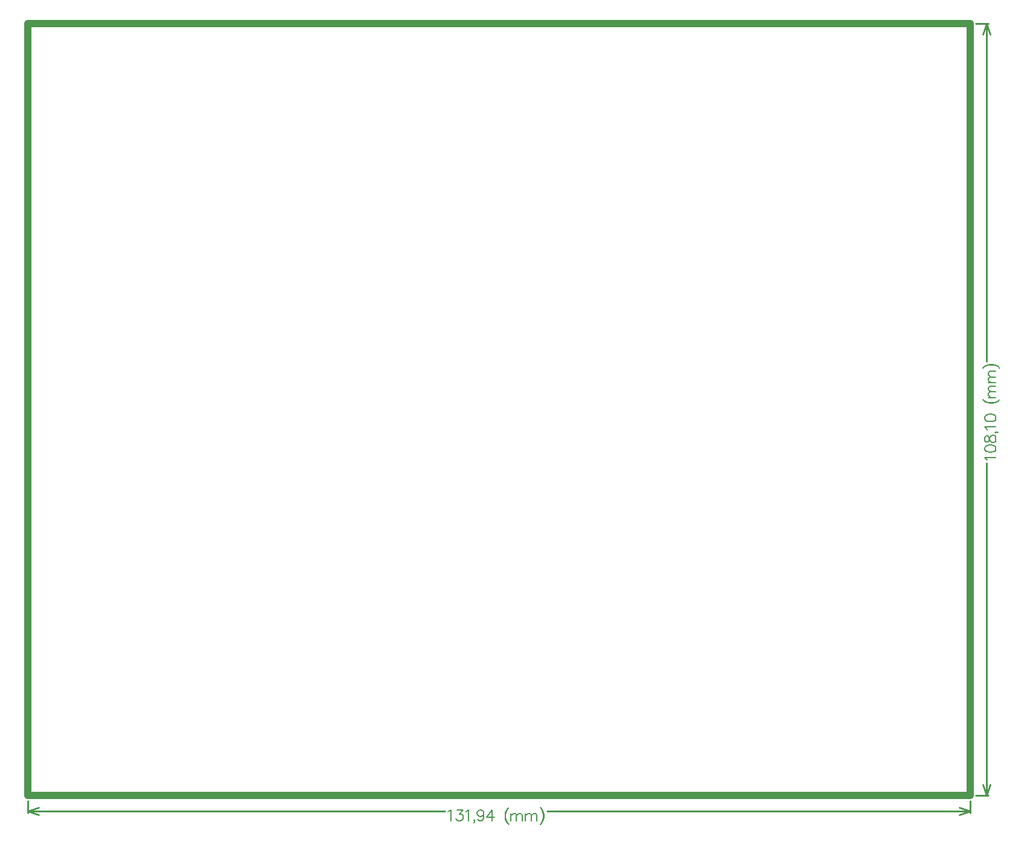
<source format=gm1>
G04 Layer_Color=16711935*
%FSLAX25Y25*%
%MOIN*%
G70*
G01*
G75*
%ADD39C,0.01000*%
%ADD43C,0.03937*%
%ADD144C,0.00600*%
D39*
X522417Y0D02*
X529543D01*
X522417Y425591D02*
X529543D01*
X528543Y0D02*
Y183144D01*
Y239247D02*
Y425591D01*
Y0D02*
X530543Y6000D01*
X526543D02*
X528543Y0D01*
X526543Y419591D02*
X528543Y425591D01*
X530543Y419591D01*
X519449Y-9858D02*
Y-2968D01*
X0Y-9858D02*
Y-2968D01*
X286176Y-8858D02*
X519449D01*
X0D02*
X230073D01*
X513449Y-6858D02*
X519449Y-8858D01*
X513449Y-10858D02*
X519449Y-8858D01*
X0D02*
X6000Y-10858D01*
X0Y-8858D02*
X6000Y-6858D01*
D43*
X0Y0D02*
Y425591D01*
X519449Y0D02*
Y425591D01*
X0D02*
X519449D01*
X0Y0D02*
X519449D01*
D144*
X528858Y184744D02*
X528572Y185315D01*
X527715Y186172D01*
X533714D01*
X527715Y190857D02*
X528001Y190000D01*
X528858Y189428D01*
X530286Y189143D01*
X531143D01*
X532571Y189428D01*
X533428Y190000D01*
X533714Y190857D01*
Y191428D01*
X533428Y192285D01*
X532571Y192856D01*
X531143Y193142D01*
X530286D01*
X528858Y192856D01*
X528001Y192285D01*
X527715Y191428D01*
Y190857D01*
Y195913D02*
X528001Y195056D01*
X528572Y194770D01*
X529143D01*
X529715Y195056D01*
X530000Y195627D01*
X530286Y196770D01*
X530572Y197627D01*
X531143Y198198D01*
X531714Y198484D01*
X532571D01*
X533143Y198198D01*
X533428Y197912D01*
X533714Y197055D01*
Y195913D01*
X533428Y195056D01*
X533143Y194770D01*
X532571Y194485D01*
X531714D01*
X531143Y194770D01*
X530572Y195342D01*
X530286Y196198D01*
X530000Y197341D01*
X529715Y197912D01*
X529143Y198198D01*
X528572D01*
X528001Y197912D01*
X527715Y197055D01*
Y195913D01*
X533428Y200398D02*
X533714Y200112D01*
X533428Y199826D01*
X533143Y200112D01*
X533428Y200398D01*
X533999D01*
X534571Y200112D01*
X534856Y199826D01*
X528858Y201712D02*
X528572Y202283D01*
X527715Y203140D01*
X533714D01*
X527715Y207825D02*
X528001Y206968D01*
X528858Y206396D01*
X530286Y206111D01*
X531143D01*
X532571Y206396D01*
X533428Y206968D01*
X533714Y207825D01*
Y208396D01*
X533428Y209253D01*
X532571Y209824D01*
X531143Y210110D01*
X530286D01*
X528858Y209824D01*
X528001Y209253D01*
X527715Y208396D01*
Y207825D01*
X526572Y218165D02*
X527144Y217594D01*
X528001Y217023D01*
X529143Y216451D01*
X530572Y216166D01*
X531714D01*
X533143Y216451D01*
X534285Y217023D01*
X535142Y217594D01*
X535713Y218165D01*
X527144Y217594D02*
X528286Y217023D01*
X529143Y216737D01*
X530572Y216451D01*
X531714D01*
X533143Y216737D01*
X533999Y217023D01*
X535142Y217594D01*
X529715Y219308D02*
X533714D01*
X530857D02*
X530000Y220165D01*
X529715Y220736D01*
Y221593D01*
X530000Y222164D01*
X530857Y222450D01*
X533714D01*
X530857D02*
X530000Y223307D01*
X529715Y223878D01*
Y224735D01*
X530000Y225307D01*
X530857Y225592D01*
X533714D01*
X529715Y227478D02*
X533714D01*
X530857D02*
X530000Y228334D01*
X529715Y228906D01*
Y229763D01*
X530000Y230334D01*
X530857Y230620D01*
X533714D01*
X530857D02*
X530000Y231477D01*
X529715Y232048D01*
Y232905D01*
X530000Y233476D01*
X530857Y233762D01*
X533714D01*
X526572Y235647D02*
X527144Y236219D01*
X528001Y236790D01*
X529143Y237361D01*
X530572Y237647D01*
X531714D01*
X533143Y237361D01*
X534285Y236790D01*
X535142Y236219D01*
X535713Y235647D01*
X527144Y236219D02*
X528286Y236790D01*
X529143Y237075D01*
X530572Y237361D01*
X531714D01*
X533143Y237075D01*
X533999Y236790D01*
X535142Y236219D01*
X231673Y-9173D02*
X232244Y-8887D01*
X233101Y-8030D01*
Y-14029D01*
X236643Y-8030D02*
X239786D01*
X238072Y-10315D01*
X238929D01*
X239500Y-10601D01*
X239786Y-10887D01*
X240071Y-11744D01*
Y-12315D01*
X239786Y-13172D01*
X239214Y-13743D01*
X238357Y-14029D01*
X237500D01*
X236643Y-13743D01*
X236358Y-13457D01*
X236072Y-12886D01*
X241414Y-9173D02*
X241985Y-8887D01*
X242842Y-8030D01*
Y-14029D01*
X246384Y-13743D02*
X246098Y-14029D01*
X245813Y-13743D01*
X246098Y-13457D01*
X246384Y-13743D01*
Y-14314D01*
X246098Y-14886D01*
X245813Y-15171D01*
X251412Y-10030D02*
X251126Y-10887D01*
X250555Y-11458D01*
X249698Y-11744D01*
X249412D01*
X248555Y-11458D01*
X247984Y-10887D01*
X247698Y-10030D01*
Y-9744D01*
X247984Y-8887D01*
X248555Y-8316D01*
X249412Y-8030D01*
X249698D01*
X250555Y-8316D01*
X251126Y-8887D01*
X251412Y-10030D01*
Y-11458D01*
X251126Y-12886D01*
X250555Y-13743D01*
X249698Y-14029D01*
X249126D01*
X248269Y-13743D01*
X247984Y-13172D01*
X255896Y-8030D02*
X253040Y-12029D01*
X257325D01*
X255896Y-8030D02*
Y-14029D01*
X265094Y-6887D02*
X264523Y-7459D01*
X263952Y-8316D01*
X263380Y-9458D01*
X263095Y-10887D01*
Y-12029D01*
X263380Y-13457D01*
X263952Y-14600D01*
X264523Y-15457D01*
X265094Y-16028D01*
X264523Y-7459D02*
X263952Y-8601D01*
X263666Y-9458D01*
X263380Y-10887D01*
Y-12029D01*
X263666Y-13457D01*
X263952Y-14314D01*
X264523Y-15457D01*
X266237Y-10030D02*
Y-14029D01*
Y-11172D02*
X267094Y-10315D01*
X267665Y-10030D01*
X268522D01*
X269093Y-10315D01*
X269379Y-11172D01*
Y-14029D01*
Y-11172D02*
X270236Y-10315D01*
X270807Y-10030D01*
X271664D01*
X272236Y-10315D01*
X272521Y-11172D01*
Y-14029D01*
X274407Y-10030D02*
Y-14029D01*
Y-11172D02*
X275264Y-10315D01*
X275835Y-10030D01*
X276692D01*
X277263Y-10315D01*
X277549Y-11172D01*
Y-14029D01*
Y-11172D02*
X278406Y-10315D01*
X278977Y-10030D01*
X279834D01*
X280405Y-10315D01*
X280691Y-11172D01*
Y-14029D01*
X282576Y-6887D02*
X283148Y-7459D01*
X283719Y-8316D01*
X284290Y-9458D01*
X284576Y-10887D01*
Y-12029D01*
X284290Y-13457D01*
X283719Y-14600D01*
X283148Y-15457D01*
X282576Y-16028D01*
X283148Y-7459D02*
X283719Y-8601D01*
X284005Y-9458D01*
X284290Y-10887D01*
Y-12029D01*
X284005Y-13457D01*
X283719Y-14314D01*
X283148Y-15457D01*
M02*

</source>
